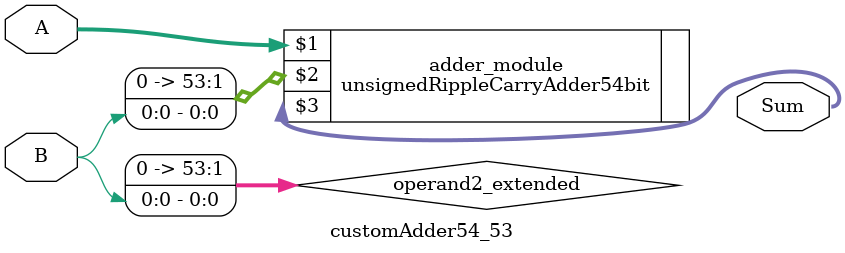
<source format=v>
module customAdder54_53(
                        input [53 : 0] A,
                        input [0 : 0] B,
                        
                        output [54 : 0] Sum
                );

        wire [53 : 0] operand2_extended;
        
        assign operand2_extended =  {53'b0, B};
        
        unsignedRippleCarryAdder54bit adder_module(
            A,
            operand2_extended,
            Sum
        );
        
        endmodule
        
</source>
